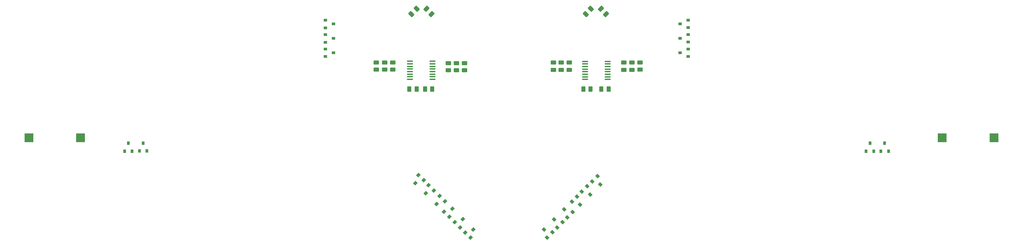
<source format=gbr>
G04 #@! TF.GenerationSoftware,KiCad,Pcbnew,(6.0.7)*
G04 #@! TF.CreationDate,2022-09-25T19:35:04+02:00*
G04 #@! TF.ProjectId,xiao_split,7869616f-5f73-4706-9c69-742e6b696361,rev?*
G04 #@! TF.SameCoordinates,Original*
G04 #@! TF.FileFunction,Paste,Top*
G04 #@! TF.FilePolarity,Positive*
%FSLAX46Y46*%
G04 Gerber Fmt 4.6, Leading zero omitted, Abs format (unit mm)*
G04 Created by KiCad (PCBNEW (6.0.7)) date 2022-09-25 19:35:04*
%MOMM*%
%LPD*%
G01*
G04 APERTURE LIST*
G04 Aperture macros list*
%AMRoundRect*
0 Rectangle with rounded corners*
0 $1 Rounding radius*
0 $2 $3 $4 $5 $6 $7 $8 $9 X,Y pos of 4 corners*
0 Add a 4 corners polygon primitive as box body*
4,1,4,$2,$3,$4,$5,$6,$7,$8,$9,$2,$3,0*
0 Add four circle primitives for the rounded corners*
1,1,$1+$1,$2,$3*
1,1,$1+$1,$4,$5*
1,1,$1+$1,$6,$7*
1,1,$1+$1,$8,$9*
0 Add four rect primitives between the rounded corners*
20,1,$1+$1,$2,$3,$4,$5,0*
20,1,$1+$1,$4,$5,$6,$7,0*
20,1,$1+$1,$6,$7,$8,$9,0*
20,1,$1+$1,$8,$9,$2,$3,0*%
%AMRotRect*
0 Rectangle, with rotation*
0 The origin of the aperture is its center*
0 $1 length*
0 $2 width*
0 $3 Rotation angle, in degrees counterclockwise*
0 Add horizontal line*
21,1,$1,$2,0,0,$3*%
G04 Aperture macros list end*
%ADD10RoundRect,0.250000X0.450000X-0.262500X0.450000X0.262500X-0.450000X0.262500X-0.450000X-0.262500X0*%
%ADD11RotRect,0.900000X0.800000X315.000000*%
%ADD12RoundRect,0.250000X0.262500X0.450000X-0.262500X0.450000X-0.262500X-0.450000X0.262500X-0.450000X0*%
%ADD13RoundRect,0.250000X-0.132583X0.503814X-0.503814X0.132583X0.132583X-0.503814X0.503814X-0.132583X0*%
%ADD14RotRect,0.900000X0.800000X135.000000*%
%ADD15R,0.800000X0.900000*%
%ADD16RoundRect,0.250000X-0.450000X0.262500X-0.450000X-0.262500X0.450000X-0.262500X0.450000X0.262500X0*%
%ADD17RotRect,0.900000X0.800000X225.000000*%
%ADD18R,0.900000X0.800000*%
%ADD19RotRect,0.900000X0.800000X45.000000*%
%ADD20RoundRect,0.250000X0.503814X0.132583X0.132583X0.503814X-0.503814X-0.132583X-0.132583X-0.503814X0*%
%ADD21RoundRect,0.100000X-0.637500X-0.100000X0.637500X-0.100000X0.637500X0.100000X-0.637500X0.100000X0*%
%ADD22R,2.300000X2.300000*%
%ADD23RoundRect,0.250000X-0.262500X-0.450000X0.262500X-0.450000X0.262500X0.450000X-0.262500X0.450000X0*%
G04 APERTURE END LIST*
D10*
G04 #@! TO.C,R8*
X183500000Y-81192500D03*
X183500000Y-79367500D03*
G04 #@! TD*
D11*
G04 #@! TO.C,D49*
X234414645Y-110573642D03*
X233071142Y-111917145D03*
X235157107Y-112659607D03*
G04 #@! TD*
D10*
G04 #@! TO.C,R16*
X227900000Y-81202500D03*
X227900000Y-79377500D03*
G04 #@! TD*
D12*
G04 #@! TO.C,R2*
X195482500Y-86080000D03*
X193657500Y-86080000D03*
G04 #@! TD*
D13*
G04 #@! TO.C,R7*
X191515235Y-65854765D03*
X190224765Y-67145235D03*
G04 #@! TD*
D14*
G04 #@! TO.C,D60*
X224335355Y-123511358D03*
X225678858Y-122167855D03*
X223592893Y-121425393D03*
G04 #@! TD*
D15*
G04 #@! TO.C,D5*
X118110000Y-101730000D03*
X120010000Y-101730000D03*
X119060000Y-99730000D03*
G04 #@! TD*
D10*
G04 #@! TO.C,R6*
X201570000Y-81352500D03*
X201570000Y-79527500D03*
G04 #@! TD*
D16*
G04 #@! TO.C,R15*
X245610000Y-79377500D03*
X245610000Y-81202500D03*
G04 #@! TD*
D10*
G04 #@! TO.C,R1*
X199490000Y-81352500D03*
X199490000Y-79527500D03*
G04 #@! TD*
D17*
G04 #@! TO.C,D29*
X198638858Y-114304645D03*
X197295355Y-112961142D03*
X196552893Y-115047107D03*
G04 #@! TD*
D10*
G04 #@! TO.C,R18*
X225900000Y-81202500D03*
X225900000Y-79377500D03*
G04 #@! TD*
D18*
G04 #@! TO.C,D6*
X168640000Y-75980000D03*
X168640000Y-77880000D03*
X170640000Y-76930000D03*
G04 #@! TD*
D11*
G04 #@! TO.C,D37*
X231884645Y-113121142D03*
X230541142Y-114464645D03*
X232627107Y-115207107D03*
G04 #@! TD*
D15*
G04 #@! TO.C,D17*
X121850000Y-101680000D03*
X123750000Y-101680000D03*
X122800000Y-99680000D03*
G04 #@! TD*
D19*
G04 #@! TO.C,D8*
X203711142Y-122185355D03*
X205054645Y-123528858D03*
X205797107Y-121442893D03*
G04 #@! TD*
D14*
G04 #@! TO.C,D50*
X226875355Y-120971358D03*
X228218858Y-119627855D03*
X226132893Y-118885393D03*
G04 #@! TD*
D15*
G04 #@! TO.C,D47*
X308240000Y-101702500D03*
X310140000Y-101702500D03*
X309190000Y-99702500D03*
G04 #@! TD*
D16*
G04 #@! TO.C,R10*
X185510000Y-79367500D03*
X185510000Y-81192500D03*
G04 #@! TD*
D18*
G04 #@! TO.C,D18*
X168640000Y-72370000D03*
X168640000Y-74270000D03*
X170640000Y-73320000D03*
G04 #@! TD*
D16*
G04 #@! TO.C,R20*
X229900000Y-79377500D03*
X229900000Y-81202500D03*
G04 #@! TD*
D17*
G04 #@! TO.C,D19*
X195888858Y-111604645D03*
X194545355Y-110261142D03*
X193802893Y-112347107D03*
G04 #@! TD*
D20*
G04 #@! TO.C,R9*
X195275235Y-67145235D03*
X193984765Y-65854765D03*
G04 #@! TD*
D18*
G04 #@! TO.C,D48*
X259800000Y-74242500D03*
X259800000Y-72342500D03*
X257800000Y-73292500D03*
G04 #@! TD*
D21*
G04 #@! TO.C,U1*
X189827500Y-79075000D03*
X189827500Y-79725000D03*
X189827500Y-80375000D03*
X189827500Y-81025000D03*
X189827500Y-81675000D03*
X189827500Y-82325000D03*
X189827500Y-82975000D03*
X189827500Y-83625000D03*
X195552500Y-83625000D03*
X195552500Y-82975000D03*
X195552500Y-82325000D03*
X195552500Y-81675000D03*
X195552500Y-81025000D03*
X195552500Y-80375000D03*
X195552500Y-79725000D03*
X195552500Y-79075000D03*
G04 #@! TD*
D22*
G04 #@! TO.C,LS1*
X94090000Y-98370000D03*
X107090000Y-98370000D03*
G04 #@! TD*
D10*
G04 #@! TO.C,R14*
X243580000Y-81202500D03*
X243580000Y-79377500D03*
G04 #@! TD*
D18*
G04 #@! TO.C,D58*
X259800000Y-77852500D03*
X259800000Y-75952500D03*
X257800000Y-76902500D03*
G04 #@! TD*
D20*
G04 #@! TO.C,R17*
X239135235Y-67145235D03*
X237844765Y-65854765D03*
G04 #@! TD*
D10*
G04 #@! TO.C,R3*
X181360000Y-81192500D03*
X181360000Y-79367500D03*
G04 #@! TD*
D19*
G04 #@! TO.C,D20*
X201091142Y-119565355D03*
X202434645Y-120908858D03*
X203177107Y-118822893D03*
G04 #@! TD*
G04 #@! TO.C,D30*
X198441142Y-116935355D03*
X199784645Y-118278858D03*
X200527107Y-116192893D03*
G04 #@! TD*
D12*
G04 #@! TO.C,R11*
X239812500Y-86090000D03*
X237987500Y-86090000D03*
G04 #@! TD*
D17*
G04 #@! TO.C,D7*
X193328858Y-109054645D03*
X191985355Y-107711142D03*
X191242893Y-109797107D03*
G04 #@! TD*
D23*
G04 #@! TO.C,R13*
X233440000Y-86090000D03*
X235265000Y-86090000D03*
G04 #@! TD*
D22*
G04 #@! TO.C,LS2*
X323670000Y-98370000D03*
X336670000Y-98370000D03*
G04 #@! TD*
D11*
G04 #@! TO.C,D59*
X236974645Y-108033642D03*
X235631142Y-109377145D03*
X237717107Y-110119607D03*
G04 #@! TD*
D10*
G04 #@! TO.C,R4*
X203600000Y-81352500D03*
X203600000Y-79527500D03*
G04 #@! TD*
D15*
G04 #@! TO.C,D35*
X304520000Y-101730000D03*
X306420000Y-101730000D03*
X305470000Y-99730000D03*
G04 #@! TD*
D21*
G04 #@! TO.C,U2*
X233847500Y-79085000D03*
X233847500Y-79735000D03*
X233847500Y-80385000D03*
X233847500Y-81035000D03*
X233847500Y-81685000D03*
X233847500Y-82335000D03*
X233847500Y-82985000D03*
X233847500Y-83635000D03*
X239572500Y-83635000D03*
X239572500Y-82985000D03*
X239572500Y-82335000D03*
X239572500Y-81685000D03*
X239572500Y-81035000D03*
X239572500Y-80385000D03*
X239572500Y-79735000D03*
X239572500Y-79085000D03*
G04 #@! TD*
D13*
G04 #@! TO.C,R19*
X235345235Y-65854765D03*
X234054765Y-67145235D03*
G04 #@! TD*
D14*
G04 #@! TO.C,D38*
X229385355Y-118431358D03*
X230728858Y-117087855D03*
X228642893Y-116345393D03*
G04 #@! TD*
D12*
G04 #@! TO.C,R5*
X191542500Y-86080000D03*
X189717500Y-86080000D03*
G04 #@! TD*
D18*
G04 #@! TO.C,D36*
X259800000Y-70600000D03*
X259800000Y-68700000D03*
X257800000Y-69650000D03*
G04 #@! TD*
G04 #@! TO.C,D28*
X168640000Y-68720000D03*
X168640000Y-70620000D03*
X170640000Y-69670000D03*
G04 #@! TD*
D10*
G04 #@! TO.C,R12*
X247680000Y-81192500D03*
X247680000Y-79367500D03*
G04 #@! TD*
M02*

</source>
